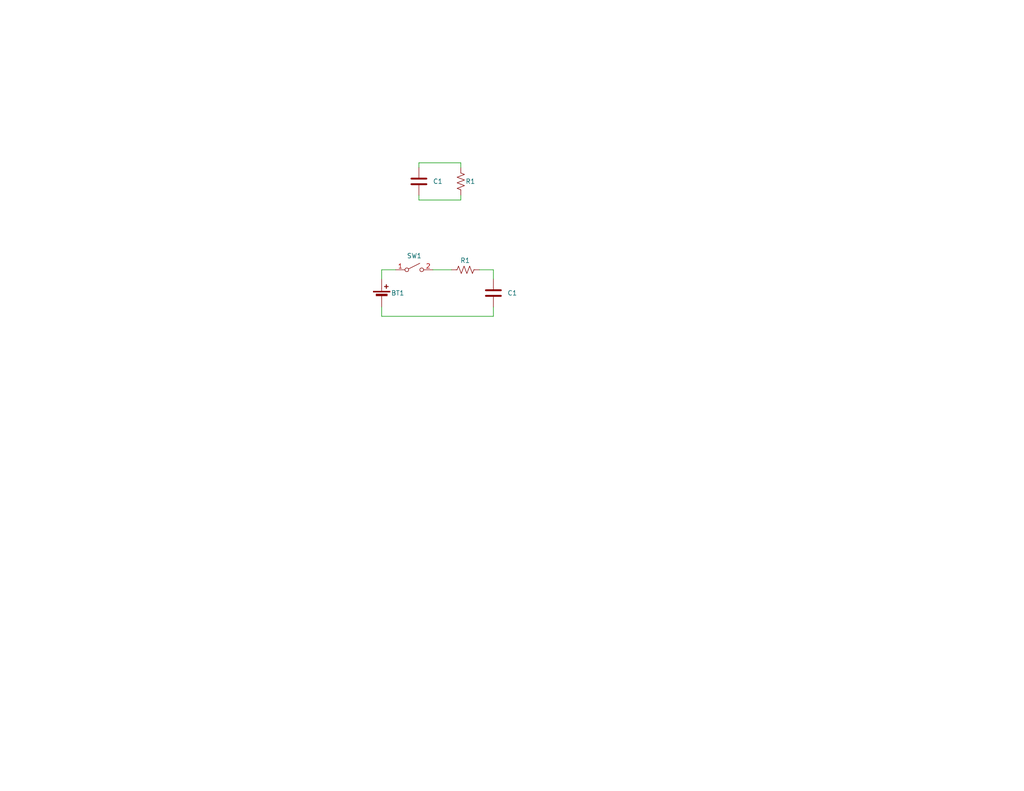
<source format=kicad_sch>
(kicad_sch (version 20230121) (generator eeschema)
  (paper "A")
  (title_block (title "RC"))
  (lib_symbols
    (symbol "Device:Battery_Cell" (pin_numbers hide) (pin_names (offset 0) hide)
      (property "Reference" "BT" (at 2.54 2.54 0))
      (property "Value" "Battery_Cell" (at 2.54 0 0))
      (symbol "Battery_Cell_0_1"
        (rectangle (start -2.286 1.778) (end 2.286 1.524) (fill (type outline)))
        (rectangle (start -1.524 1.016) (end 1.524 0.508) (fill (type outline)))
        (polyline (pts (xy 0 0.762) (xy 0 0)))
        (polyline (pts (xy 0 1.778) (xy 0 2.54)))
        (polyline (pts (xy 0.762 3.048) (xy 1.778 3.048)) (stroke (width 0.254)))
        (polyline (pts (xy 1.27 3.556) (xy 1.27 2.54)) (stroke (width 0.254)))
      )
      (symbol "Battery_Cell_1_1"
        (pin passive line (at 0 5.08 270) (length 2.54) (name "+") (number "1"))
        (pin passive line (at 0 -2.54 90) (length 2.54) (name "-") (number "2"))
      )
    )
    (symbol "Device:C" (pin_numbers hide) (pin_names (offset 0.254))
      (property "Reference" "C" (at 0.635 2.54 0))
      (property "Value" "C" (at 0.635 -2.54 0))
      (symbol "C_0_1"
        (polyline (pts (xy -2.032 -0.762) (xy 2.032 -0.762)) (stroke (width 0.508)))
        (polyline (pts (xy -2.032 0.762) (xy 2.032 0.762)) (stroke (width 0.508)))
      )
      (symbol "C_1_1"
        (pin passive line (at 0 3.81 270) (length 2.794) (name "~") (number "1"))
        (pin passive line (at 0 -3.81 90) (length 2.794) (name "~") (number "2"))
      )
    )
    (symbol "Device:R_US" (pin_numbers hide) (pin_names (offset 0))
      (property "Reference" "R" (at 2.54 0 90))
      (property "Value" "R_US" (at -2.54 0 90))
      (symbol "R_US_0_1"
        (polyline (pts (xy 0 -2.286) (xy 0 -2.54)))
        (polyline (pts (xy 0 2.286) (xy 0 2.54)))
        (polyline (pts (xy 0 -0.762) (xy 1.016 -1.143) (xy 0 -1.524) (xy -1.016 -1.905) (xy 0 -2.286)))
        (polyline (pts (xy 0 0.762) (xy 1.016 0.381) (xy 0 0) (xy -1.016 -0.381) (xy 0 -0.762)))
        (polyline (pts (xy 0 2.286) (xy 1.016 1.905) (xy 0 1.524) (xy -1.016 1.143) (xy 0 0.762)))
      )
      (symbol "R_US_1_1"
        (pin passive line (at 0 3.81 270) (length 1.27) (name "~") (number "1"))
        (pin passive line (at 0 -3.81 90) (length 1.27) (name "~") (number "2"))
      )
    )
    (symbol "Switch:SW_SPST" (pin_names (offset 0) hide)
      (property "Reference" "SW" (at 0 3.175 0))
      (property "Value" "SW_SPST" (at 0 -2.54 0))
      (symbol "SW_SPST_0_0"
        (circle (center -2.032 0) (radius 0.508))
        (polyline (pts (xy -1.524 0.254) (xy 1.524 1.778)))
        (circle (center 2.032 0) (radius 0.508))
      )
      (symbol "SW_SPST_1_1"
        (pin passive line (at -5.08 0 0) (length 2.54) (name "A") (number "1"))
        (pin passive line (at 5.08 0 180) (length 2.54) (name "B") (number "2"))
      )
    )
  )
  (wire (pts (xy 104.14 73.66) (xy 104.14 76.2)))
  (wire (pts (xy 134.62 86.36) (xy 104.14 86.36)))
  (wire (pts (xy 134.62 83.82) (xy 134.62 86.36)))
  (wire (pts (xy 104.14 86.36) (xy 104.14 83.82)))
  (wire (pts (xy 125.73 44.45) (xy 125.73 45.72)))
  (wire (pts (xy 125.73 54.61) (xy 125.73 53.34)))
  (wire (pts (xy 104.14 73.66) (xy 107.95 73.66)))
  (wire (pts (xy 114.3 44.45) (xy 125.73 44.45)))
  (wire (pts (xy 134.62 73.66) (xy 134.62 76.2)))
  (wire (pts (xy 114.3 45.72) (xy 114.3 44.45)))
  (wire (pts (xy 118.11 73.66) (xy 123.19 73.66)))
  (wire (pts (xy 114.3 53.34) (xy 114.3 54.61)))
  (wire (pts (xy 130.81 73.66) (xy 134.62 73.66)))
  (wire (pts (xy 114.3 54.61) (xy 125.73 54.61)))
  (symbol (lib_id "Device:Battery_Cell") (at 104.14 81.28 0) (unit 1)
    (property "Reference" "BT1" (at 106.68 80.01 0) (effects (justify left)))
    (property "Value" "V" (effects hide))
  )
  (symbol (lib_id "Device:R_US") (at 125.73 49.53 0) (unit 1)
    (property "Reference" "R1" (at 127 49.53 0) (effects (justify left)))
    (property "Value" "R" (effects hide))
  )
  (symbol (lib_id "Device:C") (at 134.62 80.01 0) (unit 1)
    (property "Reference" "C1" (at 138.43 80.01 0) (effects (justify left)))
    (property "Value" "C" (effects hide))
  )
  (symbol (lib_id "Switch:SW_SPST") (at 113.03 73.66 0) (unit 1)
    (property "Reference" "SW1" (at 113.03 69.85 0))
    (property "Value" "SW_SPST" (effects hide))
  )
  (symbol (lib_id "Device:C") (at 114.3 49.53 0) (unit 1)
    (property "Reference" "C1" (at 118.11 49.53 0) (effects (justify left)))
    (property "Value" "C" (effects hide))
  )
  (symbol (lib_id "Device:R_US") (at 127 73.66 90) (unit 1)
    (property "Reference" "R1" (at 128.27 71.12 90) (effects (justify left)))
    (property "Value" "R" (effects hide))
  )
)
</source>
